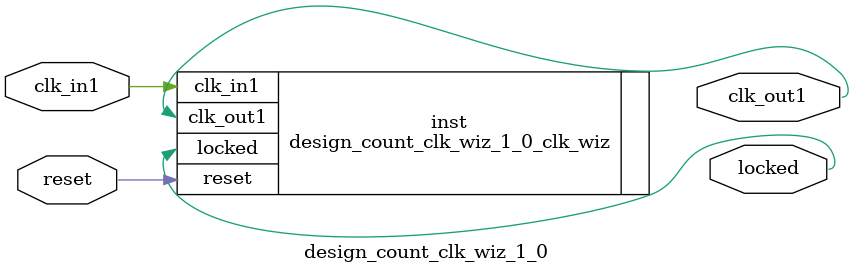
<source format=v>


`timescale 1ps/1ps

(* CORE_GENERATION_INFO = "design_count_clk_wiz_1_0,clk_wiz_v6_0_5_0_0,{component_name=design_count_clk_wiz_1_0,use_phase_alignment=true,use_min_o_jitter=false,use_max_i_jitter=false,use_dyn_phase_shift=false,use_inclk_switchover=false,use_dyn_reconfig=false,enable_axi=0,feedback_source=FDBK_AUTO,PRIMITIVE=MMCM,num_out_clk=1,clkin1_period=10.000,clkin2_period=10.000,use_power_down=false,use_reset=true,use_locked=true,use_inclk_stopped=false,feedback_type=SINGLE,CLOCK_MGR_TYPE=NA,manual_override=false}" *)

module design_count_clk_wiz_1_0 
 (
  // Clock out ports
  output        clk_out1,
  // Status and control signals
  input         reset,
  output        locked,
 // Clock in ports
  input         clk_in1
 );

  design_count_clk_wiz_1_0_clk_wiz inst
  (
  // Clock out ports  
  .clk_out1(clk_out1),
  // Status and control signals               
  .reset(reset), 
  .locked(locked),
 // Clock in ports
  .clk_in1(clk_in1)
  );

endmodule

</source>
